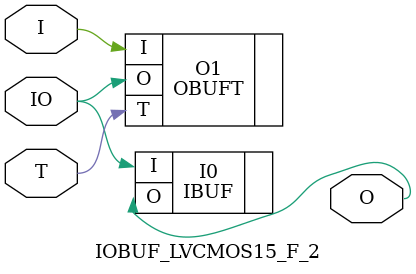
<source format=v>


`timescale  1 ps / 1 ps


module IOBUF_LVCMOS15_F_2 (O, IO, I, T);

    output O;

    inout  IO;

    input  I, T;

        OBUFT #(.IOSTANDARD("LVCMOS15"), .SLEW("FAST"), .DRIVE(2)) O1 (.O(IO), .I(I), .T(T)); 
	IBUF #(.IOSTANDARD("LVCMOS15"))  I0 (.O(O), .I(IO));
        

endmodule



</source>
